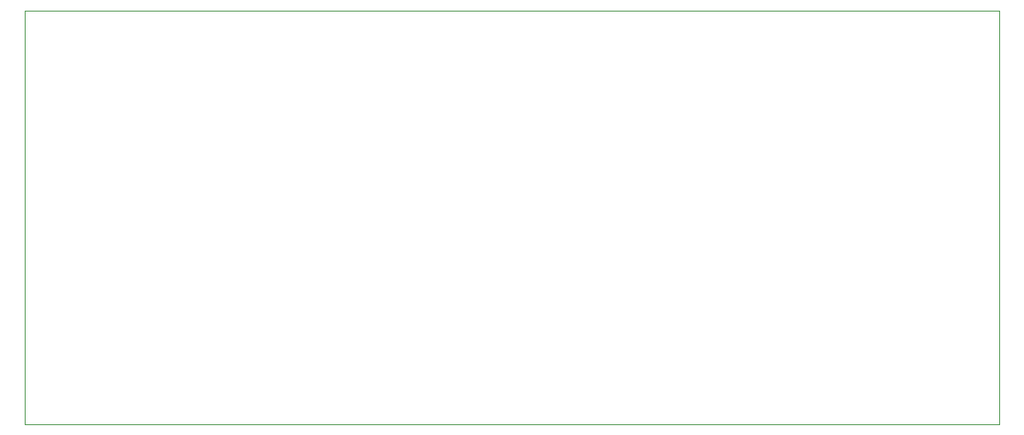
<source format=gbr>
%TF.GenerationSoftware,KiCad,Pcbnew,7.0.9*%
%TF.CreationDate,2024-03-08T21:06:40+01:00*%
%TF.ProjectId,SI4684 controller,53493436-3834-4206-936f-6e74726f6c6c,rev?*%
%TF.SameCoordinates,Original*%
%TF.FileFunction,Profile,NP*%
%FSLAX46Y46*%
G04 Gerber Fmt 4.6, Leading zero omitted, Abs format (unit mm)*
G04 Created by KiCad (PCBNEW 7.0.9) date 2024-03-08 21:06:40*
%MOMM*%
%LPD*%
G01*
G04 APERTURE LIST*
%TA.AperFunction,Profile*%
%ADD10C,0.050000*%
%TD*%
G04 APERTURE END LIST*
D10*
X106036000Y-128796424D02*
X106036000Y-86251424D01*
X106036000Y-86251424D02*
X206036000Y-86251424D01*
X106036000Y-128796424D02*
X206036000Y-128796424D01*
X206036000Y-128796424D02*
X206036000Y-86251424D01*
M02*

</source>
